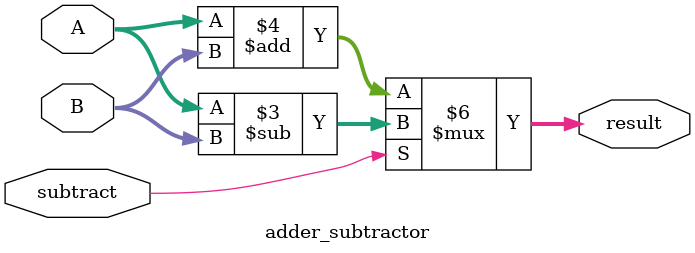
<source format=v>
module adder_subtractor (
	input [3:0] A,
	input [3:0] B,
	input subtract,
	output reg [3:0] result
);

	always @(*) begin
		if (subtract == 1) begin
			result <= A - B;
		end else begin
			result <= A + B;
		end
	end

endmodule
</source>
